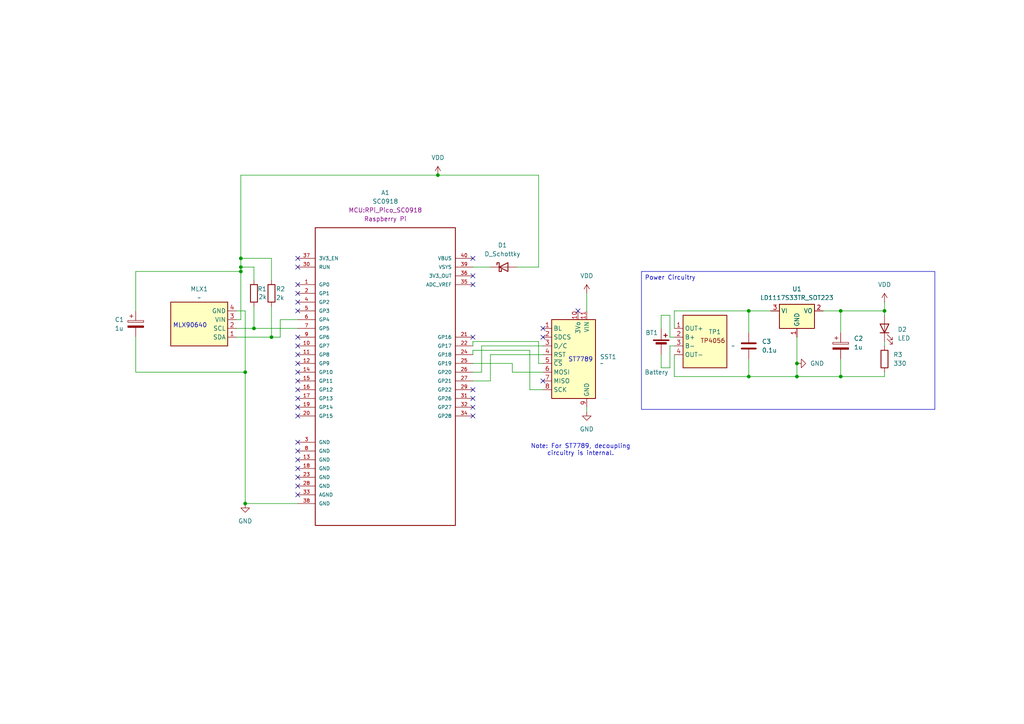
<source format=kicad_sch>
(kicad_sch (version 20231120) (generator "eeschema") (generator_version "8.0")
  (paper "A4")
  (title_block (title "RP2040-Based Thermal Camera") (date "2025-12-03") (rev "1.0.0") (company "CU Boulder") (comment 1 "Author: Simon J. Jones"))
  (lib_symbols
    (symbol "Analog:MLX90640"
      (property "Reference" "MLX90640" (at 1.524 0 0))
      (symbol "MLX90640_0_1"
        (rectangle (start -8.89 6.35) (end 7.62 -6.35) (stroke (width 0.254)) (fill (type background)))
      )
      (symbol "MLX90640_1_1"
        (pin passive line (at -11.43 3.81 0) (length 2.54) (name "SDA") (number "1"))
        (pin passive line (at -11.43 1.27 0) (length 2.54) (name "SCL") (number "2"))
        (pin power_in line (at -11.43 -1.27 0) (length 2.54) (name "VIN") (number "3"))
        (pin power_in line (at -11.43 -3.81 0) (length 2.54) (name "GND") (number "4"))
      )
    )
    (symbol "Battery_Management:TP4056"
      (property "Reference" "TP" (at 2.54 2.794 0))
      (symbol "TP4056_0_1"
        (rectangle (start -6.35 7.62) (end 6.35 -7.62) (stroke (width 0.254)) (fill (type background)))
      )
      (symbol "TP4056_1_1"
        (text "TP4056\n" (at 2.286 0.254 0) (effects (font (size 1.27 1.27))))
        (pin power_out line (at -8.89 3.81 0) (length 2.54) (name "OUT+") (number "1"))
        (pin power_in line (at -8.89 1.27 0) (length 2.54) (name "B+") (number "2"))
        (pin power_in line (at -8.89 -1.27 0) (length 2.54) (name "B-") (number "3"))
        (pin power_out line (at -8.89 -3.81 0) (length 2.54) (name "OUT-") (number "4"))
      )
    )
    (symbol "Device:Battery_Cell" (pin_numbers hide) (pin_names (offset 0) hide)
      (property "Reference" "BT" (at 2.54 2.54 0))
      (property "Value" "Battery_Cell" (at 2.54 0 0))
      (symbol "Battery_Cell_0_1"
        (rectangle (start -2.286 1.778) (end 2.286 1.524) (fill (type outline)))
        (rectangle (start -1.524 1.016) (end 1.524 0.508) (fill (type outline)))
        (polyline (pts (xy 0 0.762) (xy 0 0)))
        (polyline (pts (xy 0 1.778) (xy 0 2.54)))
        (polyline (pts (xy 0.762 3.048) (xy 1.778 3.048)) (stroke (width 0.254)))
        (polyline (pts (xy 1.27 3.556) (xy 1.27 2.54)) (stroke (width 0.254)))
      )
      (symbol "Battery_Cell_1_1"
        (pin passive line (at 0 5.08 270) (length 2.54) (name "+") (number "1"))
        (pin passive line (at 0 -2.54 90) (length 2.54) (name "-") (number "2"))
      )
    )
    (symbol "Device:C" (pin_numbers hide) (pin_names (offset 0.254))
      (property "Reference" "C" (at 0.635 2.54 0))
      (property "Value" "C" (at 0.635 -2.54 0))
      (symbol "C_0_1"
        (polyline (pts (xy -2.032 -0.762) (xy 2.032 -0.762)) (stroke (width 0.508)))
        (polyline (pts (xy -2.032 0.762) (xy 2.032 0.762)) (stroke (width 0.508)))
      )
      (symbol "C_1_1"
        (pin passive line (at 0 3.81 270) (length 2.794) (name "~") (number "1"))
        (pin passive line (at 0 -3.81 90) (length 2.794) (name "~") (number "2"))
      )
    )
    (symbol "Device:C_Polarized" (pin_numbers hide) (pin_names (offset 0.254))
      (property "Reference" "C" (at 0.635 2.54 0))
      (property "Value" "C_Polarized" (at 0.635 -2.54 0))
      (symbol "C_Polarized_0_1"
        (rectangle (start -2.286 0.508) (end 2.286 1.016))
        (polyline (pts (xy -1.778 2.286) (xy -0.762 2.286)))
        (polyline (pts (xy -1.27 2.794) (xy -1.27 1.778)))
        (rectangle (start 2.286 -0.508) (end -2.286 -1.016) (fill (type outline)))
      )
      (symbol "C_Polarized_1_1"
        (pin passive line (at 0 3.81 270) (length 2.794) (name "~") (number "1"))
        (pin passive line (at 0 -3.81 90) (length 2.794) (name "~") (number "2"))
      )
    )
    (symbol "Device:D_Schottky" (pin_numbers hide) (pin_names (offset 1.016) hide)
      (property "Reference" "D" (at 0 2.54 0))
      (property "Value" "D_Schottky" (at 0 -2.54 0))
      (symbol "D_Schottky_0_1"
        (polyline (pts (xy 1.27 0) (xy -1.27 0)))
        (polyline (pts (xy 1.27 1.27) (xy 1.27 -1.27) (xy -1.27 0) (xy 1.27 1.27)) (stroke (width 0.254)))
        (polyline (pts (xy -1.905 0.635) (xy -1.905 1.27) (xy -1.27 1.27) (xy -1.27 -1.27) (xy -0.635 -1.27) (xy -0.635 -0.635)) (stroke (width 0.254)))
      )
      (symbol "D_Schottky_1_1"
        (pin passive line (at -3.81 0 0) (length 2.54) (name "K") (number "1"))
        (pin passive line (at 3.81 0 180) (length 2.54) (name "A") (number "2"))
      )
    )
    (symbol "Device:LED" (pin_numbers hide) (pin_names (offset 1.016) hide)
      (property "Reference" "D" (at 0 2.54 0))
      (property "Value" "LED" (at 0 -2.54 0))
      (symbol "LED_0_1"
        (polyline (pts (xy -1.27 -1.27) (xy -1.27 1.27)) (stroke (width 0.254)))
        (polyline (pts (xy -1.27 0) (xy 1.27 0)))
        (polyline (pts (xy 1.27 -1.27) (xy 1.27 1.27) (xy -1.27 0) (xy 1.27 -1.27)) (stroke (width 0.254)))
        (polyline (pts (xy -3.048 -0.762) (xy -4.572 -2.286) (xy -3.81 -2.286) (xy -4.572 -2.286) (xy -4.572 -1.524)))
        (polyline (pts (xy -1.778 -0.762) (xy -3.302 -2.286) (xy -2.54 -2.286) (xy -3.302 -2.286) (xy -3.302 -1.524)))
      )
      (symbol "LED_1_1"
        (pin passive line (at -3.81 0 0) (length 2.54) (name "K") (number "1"))
        (pin passive line (at 3.81 0 180) (length 2.54) (name "A") (number "2"))
      )
    )
    (symbol "Device:R" (pin_numbers hide) (pin_names (offset 0))
      (property "Reference" "R" (at 2.032 0 90))
      (property "Value" "R" (at 0 0 90))
      (symbol "R_0_1"
        (rectangle (start -1.016 -2.54) (end 1.016 2.54) (stroke (width 0.254)))
      )
      (symbol "R_1_1"
        (pin passive line (at 0 3.81 270) (length 1.27) (name "~") (number "1"))
        (pin passive line (at 0 -3.81 90) (length 1.27) (name "~") (number "2"))
      )
    )
    (symbol "Display_Graphic:Adafruit-ST7789"
      (property "Reference" "SST789" (at 3.048 0.508 90))
      (symbol "Adafruit-ST7789_0_1"
        (rectangle (start -6.35 11.43) (end 6.35 -11.43) (stroke (width 0.254)) (fill (type background)))
      )
      (symbol "Adafruit-ST7789_1_1"
        (pin passive line (at -8.89 8.89 0) (length 2.54) (name "BL") (number "1"))
        (pin power_out line (at 1.27 13.97 270) (length 2.54) (name "3Vo") (number "10"))
        (pin power_in line (at 3.81 13.97 270) (length 2.54) (name "VIN") (number "11"))
        (pin passive line (at -8.89 6.35 0) (length 2.54) (name "SDCS") (number "2"))
        (pin passive line (at -8.89 3.81 0) (length 2.54) (name "D/C") (number "3"))
        (pin passive line (at -8.89 1.27 0) (length 2.54) (name "RST") (number "4"))
        (pin input line (at -8.89 -1.27 0) (length 2.54) (name "~{CS}") (number "5"))
        (pin input line (at -8.89 -3.81 0) (length 2.54) (name "MOSI") (number "6"))
        (pin input line (at -8.89 -6.35 0) (length 2.54) (name "MISO") (number "7"))
        (pin input line (at -8.89 -8.89 0) (length 2.54) (name "SCK") (number "8"))
        (pin power_in line (at 3.81 -13.97 90) (length 2.54) (name "GND") (number "9"))
      )
    )
    (symbol "RPi_Pico:SC0918" (pin_names (offset 1.016))
      (property "Reference" "A1" (at 0 58.42 0))
      (property "Value" "SC0918" (at 0 55.88 0))
      (property "Footprint" "Raspberry Pi:MODULE_SC0918" (at -12.7 -46.99 0))
      (property "manufacturer" "Raspberry Pi" (at 0 53.34 0))
      (symbol "SC0918_0_0"
        (rectangle (start -20.32 -43.18) (end 20.32 43.18) (stroke (width 0.254)))
        (pin bidirectional line (at -25.4 26.67 0) (length 5.08) (name "GP0") (number "1"))
        (pin bidirectional line (at -25.4 8.89 0) (length 5.08) (name "GP7") (number "10"))
        (pin bidirectional line (at -25.4 6.35 0) (length 5.08) (name "GP8") (number "11"))
        (pin bidirectional line (at -25.4 3.81 0) (length 5.08) (name "GP9") (number "12"))
        (pin power_in line (at -25.4 -24.13 0) (length 5.08) (name "GND") (number "13"))
        (pin bidirectional line (at -25.4 1.27 0) (length 5.08) (name "GP10") (number "14"))
        (pin bidirectional line (at -25.4 -1.27 0) (length 5.08) (name "GP11") (number "15"))
        (pin bidirectional line (at -25.4 -3.81 0) (length 5.08) (name "GP12") (number "16"))
        (pin bidirectional line (at -25.4 -6.35 0) (length 5.08) (name "GP13") (number "17"))
        (pin power_in line (at -25.4 -26.67 0) (length 5.08) (name "GND") (number "18"))
        (pin bidirectional line (at -25.4 -8.89 0) (length 5.08) (name "GP14") (number "19"))
        (pin bidirectional line (at -25.4 24.13 0) (length 5.08) (name "GP1") (number "2"))
        (pin bidirectional line (at -25.4 -11.43 0) (length 5.08) (name "GP15") (number "20"))
        (pin bidirectional line (at 25.4 11.43 180) (length 5.08) (name "GP16") (number "21"))
        (pin bidirectional line (at 25.4 8.89 180) (length 5.08) (name "GP17") (number "22"))
        (pin power_in line (at -25.4 -29.21 0) (length 5.08) (name "GND") (number "23"))
        (pin bidirectional line (at 25.4 6.35 180) (length 5.08) (name "GP18") (number "24"))
        (pin bidirectional line (at 25.4 3.81 180) (length 5.08) (name "GP19") (number "25"))
        (pin bidirectional line (at 25.4 1.27 180) (length 5.08) (name "GP20") (number "26"))
        (pin bidirectional line (at 25.4 -1.27 180) (length 5.08) (name "GP21") (number "27"))
        (pin power_in line (at -25.4 -31.75 0) (length 5.08) (name "GND") (number "28"))
        (pin bidirectional line (at 25.4 -3.81 180) (length 5.08) (name "GP22") (number "29"))
        (pin power_in line (at -25.4 -19.05 0) (length 5.08) (name "GND") (number "3"))
        (pin input line (at -25.4 31.75 0) (length 5.08) (name "RUN") (number "30"))
        (pin bidirectional line (at 25.4 -6.35 180) (length 5.08) (name "GP26") (number "31"))
        (pin bidirectional line (at 25.4 -8.89 180) (length 5.08) (name "GP27") (number "32"))
        (pin power_in line (at -25.4 -34.29 0) (length 5.08) (name "AGND") (number "33"))
        (pin bidirectional line (at 25.4 -11.43 180) (length 5.08) (name "GP28") (number "34"))
        (pin power_in line (at 25.4 26.67 180) (length 5.08) (name "ADC_VREF") (number "35"))
        (pin power_in line (at 25.4 29.21 180) (length 5.08) (name "3V3_OUT") (number "36"))
        (pin input line (at -25.4 34.29 0) (length 5.08) (name "3V3_EN") (number "37"))
        (pin power_in line (at -25.4 -36.83 0) (length 5.08) (name "GND") (number "38"))
        (pin free line (at 25.4 31.75 180) (length 5.08) (name "VSYS") (number "39"))
        (pin bidirectional line (at -25.4 21.59 0) (length 5.08) (name "GP2") (number "4"))
        (pin free line (at 25.4 34.29 180) (length 5.08) (name "VBUS") (number "40"))
        (pin bidirectional line (at -25.4 19.05 0) (length 5.08) (name "GP3") (number "5"))
        (pin bidirectional line (at -25.4 16.51 0) (length 5.08) (name "GP4") (number "6"))
        (pin bidirectional line (at -25.4 13.97 0) (length 5.08) (name "GP5") (number "7"))
        (pin power_in line (at -25.4 -21.59 0) (length 5.08) (name "GND") (number "8"))
        (pin bidirectional line (at -25.4 11.43 0) (length 5.08) (name "GP6") (number "9"))
      )
    )
    (symbol "Regulator_Linear:LD1117S33TR_SOT223"
      (property "Reference" "U" (at -3.81 3.175 0))
      (property "Value" "LD1117S33TR_SOT223" (at 0 3.175 0))
      (symbol "LD1117S33TR_SOT223_0_1"
        (rectangle (start -5.08 -5.08) (end 5.08 1.905) (stroke (width 0.254)) (fill (type background)))
      )
      (symbol "LD1117S33TR_SOT223_1_1"
        (pin power_in line (at 0 -7.62 90) (length 2.54) (name "GND") (number "1"))
        (pin power_out line (at 7.62 0 180) (length 2.54) (name "VO") (number "2"))
        (pin power_in line (at -7.62 0 0) (length 2.54) (name "VI") (number "3"))
      )
    )
    (symbol "power:GND" (power) (pin_numbers hide) (pin_names (offset 0) hide)
      (property "Value" "GND" (at 0 -3.81 0))
      (symbol "GND_0_1"
        (polyline (pts (xy 0 0) (xy 0 -1.27) (xy 1.27 -1.27) (xy 0 -2.54) (xy -1.27 -1.27) (xy 0 -1.27)))
      )
      (symbol "GND_1_1"
        (pin power_in line (at 0 0 270) (length 0) (name "~") (number "1"))
      )
    )
    (symbol "power:VDD" (power) (pin_numbers hide) (pin_names (offset 0) hide)
      (property "Value" "VDD" (at 0 3.556 0))
      (symbol "VDD_0_1"
        (polyline (pts (xy -0.762 1.27) (xy 0 2.54)))
        (polyline (pts (xy 0 0) (xy 0 2.54)))
        (polyline (pts (xy 0 2.54) (xy 0.762 1.27)))
      )
      (symbol "VDD_1_1"
        (pin power_in line (at 0 0 90) (length 0) (name "~") (number "1"))
      )
    )
  )
  (junction (at 69.85 74.93))
  (junction (at 127 50.8))
  (junction (at 71.12 146.05))
  (junction (at 217.17 109.22))
  (junction (at 78.74 97.79))
  (junction (at 217.17 90.17))
  (junction (at 256.54 90.17))
  (junction (at 69.85 78.74))
  (junction (at 69.85 77.47))
  (junction (at 243.84 90.17))
  (junction (at 231.14 109.22))
  (junction (at 243.84 109.22))
  (junction (at 231.14 105.41))
  (junction (at 71.12 107.95))
  (junction (at 73.66 95.25))
  (no_connect (at 86.36 85.09))
  (no_connect (at 137.16 113.03))
  (no_connect (at 137.16 80.01))
  (no_connect (at 86.36 100.33))
  (no_connect (at 86.36 138.43))
  (no_connect (at 86.36 118.11))
  (no_connect (at 86.36 87.63))
  (no_connect (at 86.36 140.97))
  (no_connect (at 86.36 133.35))
  (no_connect (at 86.36 110.49))
  (no_connect (at 86.36 115.57))
  (no_connect (at 86.36 90.17))
  (no_connect (at 137.16 120.65))
  (no_connect (at 157.48 97.79))
  (no_connect (at 86.36 82.55))
  (no_connect (at 157.48 110.49))
  (no_connect (at 86.36 120.65))
  (no_connect (at 86.36 77.47))
  (no_connect (at 137.16 74.93))
  (no_connect (at 86.36 113.03))
  (no_connect (at 137.16 97.79))
  (no_connect (at 137.16 82.55))
  (no_connect (at 167.64 90.17))
  (no_connect (at 86.36 102.87))
  (no_connect (at 137.16 115.57))
  (no_connect (at 86.36 107.95))
  (no_connect (at 86.36 143.51))
  (no_connect (at 137.16 118.11))
  (no_connect (at 86.36 128.27))
  (no_connect (at 86.36 74.93))
  (no_connect (at 86.36 105.41))
  (no_connect (at 86.36 130.81))
  (no_connect (at 157.48 95.25))
  (no_connect (at 86.36 97.79))
  (no_connect (at 86.36 135.89))
  (wire (pts (xy 69.85 78.74) (xy 69.85 92.71)))
  (wire (pts (xy 81.28 92.71) (xy 81.28 97.79)))
  (wire (pts (xy 231.14 105.41) (xy 231.14 109.22)))
  (wire (pts (xy 153.67 113.03) (xy 157.48 113.03)))
  (wire (pts (xy 71.12 146.05) (xy 86.36 146.05)))
  (wire (pts (xy 157.48 102.87) (xy 142.24 102.87)))
  (wire (pts (xy 194.31 100.33) (xy 194.31 106.68)))
  (wire (pts (xy 195.58 95.25) (xy 195.58 90.17)))
  (wire (pts (xy 191.77 106.68) (xy 191.77 102.87)))
  (wire (pts (xy 243.84 104.14) (xy 243.84 109.22)))
  (wire (pts (xy 223.52 90.17) (xy 217.17 90.17)))
  (wire (pts (xy 137.16 101.6) (xy 153.67 101.6)))
  (wire (pts (xy 137.16 105.41) (xy 148.59 105.41)))
  (wire (pts (xy 256.54 90.17) (xy 256.54 91.44)))
  (wire (pts (xy 78.74 88.9) (xy 78.74 97.79)))
  (wire (pts (xy 191.77 91.44) (xy 191.77 95.25)))
  (wire (pts (xy 170.18 85.09) (xy 170.18 90.17)))
  (wire (pts (xy 81.28 97.79) (xy 78.74 97.79)))
  (wire (pts (xy 191.77 106.68) (xy 194.31 106.68)))
  (wire (pts (xy 78.74 74.93) (xy 69.85 74.93)))
  (wire (pts (xy 256.54 107.95) (xy 256.54 109.22)))
  (wire (pts (xy 137.16 77.47) (xy 142.24 77.47)))
  (wire (pts (xy 195.58 90.17) (xy 217.17 90.17)))
  (wire (pts (xy 217.17 109.22) (xy 231.14 109.22)))
  (wire (pts (xy 256.54 87.63) (xy 256.54 90.17)))
  (wire (pts (xy 73.66 81.28) (xy 73.66 77.47)))
  (wire (pts (xy 195.58 97.79) (xy 194.31 97.79)))
  (wire (pts (xy 39.37 90.17) (xy 39.37 78.74)))
  (wire (pts (xy 137.16 107.95) (xy 139.7 107.95)))
  (wire (pts (xy 71.12 107.95) (xy 71.12 146.05)))
  (wire (pts (xy 156.21 50.8) (xy 127 50.8)))
  (wire (pts (xy 68.58 90.17) (xy 71.12 90.17)))
  (wire (pts (xy 69.85 77.47) (xy 69.85 78.74)))
  (wire (pts (xy 191.77 91.44) (xy 194.31 91.44)))
  (wire (pts (xy 69.85 92.71) (xy 68.58 92.71)))
  (wire (pts (xy 243.84 90.17) (xy 256.54 90.17)))
  (wire (pts (xy 156.21 77.47) (xy 156.21 50.8)))
  (wire (pts (xy 69.85 74.93) (xy 69.85 77.47)))
  (wire (pts (xy 137.16 101.6) (xy 137.16 102.87)))
  (wire (pts (xy 217.17 90.17) (xy 217.17 96.52)))
  (wire (pts (xy 69.85 50.8) (xy 69.85 74.93)))
  (wire (pts (xy 148.59 105.41) (xy 148.59 107.95)))
  (wire (pts (xy 139.7 107.95) (xy 139.7 100.33)))
  (wire (pts (xy 156.21 99.06) (xy 137.16 99.06)))
  (wire (pts (xy 238.76 90.17) (xy 243.84 90.17)))
  (wire (pts (xy 139.7 100.33) (xy 157.48 100.33)))
  (wire (pts (xy 86.36 92.71) (xy 81.28 92.71)))
  (wire (pts (xy 149.86 77.47) (xy 156.21 77.47)))
  (wire (pts (xy 39.37 107.95) (xy 71.12 107.95)))
  (wire (pts (xy 73.66 95.25) (xy 86.36 95.25)))
  (wire (pts (xy 195.58 102.87) (xy 195.58 109.22)))
  (wire (pts (xy 195.58 109.22) (xy 217.17 109.22)))
  (wire (pts (xy 127 50.8) (xy 69.85 50.8)))
  (wire (pts (xy 231.14 109.22) (xy 243.84 109.22)))
  (wire (pts (xy 231.14 97.79) (xy 231.14 105.41)))
  (wire (pts (xy 256.54 99.06) (xy 256.54 100.33)))
  (wire (pts (xy 217.17 104.14) (xy 217.17 109.22)))
  (wire (pts (xy 137.16 99.06) (xy 137.16 100.33)))
  (wire (pts (xy 156.21 105.41) (xy 156.21 99.06)))
  (wire (pts (xy 153.67 101.6) (xy 153.67 113.03)))
  (wire (pts (xy 73.66 88.9) (xy 73.66 95.25)))
  (wire (pts (xy 148.59 107.95) (xy 157.48 107.95)))
  (wire (pts (xy 157.48 105.41) (xy 156.21 105.41)))
  (wire (pts (xy 142.24 102.87) (xy 142.24 110.49)))
  (wire (pts (xy 71.12 90.17) (xy 71.12 107.95)))
  (wire (pts (xy 78.74 81.28) (xy 78.74 74.93)))
  (wire (pts (xy 39.37 78.74) (xy 69.85 78.74)))
  (wire (pts (xy 39.37 97.79) (xy 39.37 107.95)))
  (wire (pts (xy 256.54 109.22) (xy 243.84 109.22)))
  (wire (pts (xy 243.84 90.17) (xy 243.84 96.52)))
  (wire (pts (xy 195.58 100.33) (xy 194.31 100.33)))
  (wire (pts (xy 78.74 97.79) (xy 68.58 97.79)))
  (wire (pts (xy 73.66 77.47) (xy 69.85 77.47)))
  (wire (pts (xy 194.31 97.79) (xy 194.31 91.44)))
  (wire (pts (xy 142.24 110.49) (xy 137.16 110.49)))
  (wire (pts (xy 170.18 119.38) (xy 170.18 118.11)))
  (wire (pts (xy 68.58 95.25) (xy 73.66 95.25)))
  (text_box "Power Circuitry" (at 186.055 78.74 0) (size 85.09 40.005) (effects (font (size 1.27 1.27)) (justify left top)))
  (text "MLX90640" (at 55.118 94.488 0) (effects (font (size 1.27 1.27))))
  (text "Note: For ST7789, decoupling\ncircuitry is internal." (at 168.402 130.556 0) (effects (font (size 1.27 1.27))))
  (text "ST7789" (at 168.402 104.394 0) (effects (font (size 1.27 1.27))))
  (symbol (lib_id "Regulator_Linear:LD1117S33TR_SOT223") (at 231.14 90.17 0) (unit 1)
    (property "Reference" "U1" (at 231.14 83.82 0))
    (property "Value" "LD1117S33TR_SOT223" (at 231.14 86.36 0))
    (property "Footprint" "Package_TO_SOT_SMD:SOT-223-3_TabPin2" (effects (hide yes)))
    (property "Datasheet" "http://www.st.com/st-web-ui/static/active/en/resource/technical/document/datasheet/CD00000544.pdf" (effects (hide yes)))
    (property "Description" "800mA Fixed Low Drop Positive Voltage Regulator, Fixed Output 3.3V, SOT-223" (effects (hide yes)))
  )
  (symbol (lib_id "Battery_Management:TP4056") (at 204.47 99.06 0) (unit 1)
    (property "Reference" "TP1" (at 205.486 96.266 0) (effects (justify left)))
    (property "Value" "~" (at 212.09 100.33 0) (effects (justify left)))
  )
  (symbol (lib_id "power:VDD") (at 127 50.8 0) (unit 1)
    (property "Reference" "#PWR03" (effects (hide yes)))
    (property "Value" "VDD" (at 127 45.72 0))
    (property "Description" "Power symbol creates a global label with name \"VDD\"" (effects (hide yes)))
  )
  (symbol (lib_id "Display_Graphic:Adafruit-ST7789") (at 166.37 104.14 0) (unit 1)
    (property "Reference" "SST1" (at 173.99 103.5049 0) (effects (justify left)))
    (property "Value" "~" (at 173.99 105.41 0) (effects (justify left)))
    (property "Footprint" "Display:Adafruit-ST7789" (effects (hide yes)))
  )
  (symbol (lib_id "Analog:MLX90640") (at 57.15 93.98 180) (unit 1)
    (property "Reference" "MLX1" (at 57.785 83.82 0))
    (property "Value" "~" (at 57.785 86.36 0))
    (property "Footprint" "Camera:MLX90640" (effects (hide yes)))
  )
  (symbol (lib_id "Device:C_Polarized") (at 243.84 100.33 0) (unit 1)
    (property "Reference" "C2" (at 247.65 98.1709 0) (effects (justify left)))
    (property "Value" "1u" (at 247.65 100.7109 0) (effects (justify left)))
    (property "Footprint" "Capacitor_THT:CP_Radial_D5.0mm_P2.50mm" (effects (hide yes)))
    (property "Description" "Polarized capacitor" (effects (hide yes)))
  )
  (symbol (lib_id "power:GND") (at 71.12 146.05 0) (unit 1)
    (property "Reference" "#PWR01" (effects (hide yes)))
    (property "Value" "GND" (at 71.12 151.13 0))
    (property "Description" "Power symbol creates a global label with name \"GND\" , ground" (effects (hide yes)))
  )
  (symbol (lib_id "power:VDD") (at 256.54 87.63 0) (unit 1)
    (property "Reference" "#PWR06" (effects (hide yes)))
    (property "Value" "VDD" (at 256.54 82.55 0))
    (property "Description" "Power symbol creates a global label with name \"VDD\"" (effects (hide yes)))
  )
  (symbol (lib_id "Device:R") (at 78.74 85.09 0) (unit 1)
    (property "Reference" "R2" (at 80.01 83.82 0) (effects (justify left)))
    (property "Value" "2k" (at 80.01 86.36 0) (effects (justify left)))
    (property "Footprint" "Resistor_THT:R_Axial_DIN0207_L6.3mm_D2.5mm_P10.16mm_Horizontal" (effects (hide yes)))
    (property "Description" "Resistor" (effects (hide yes)))
  )
  (symbol (lib_id "power:VDD") (at 170.18 85.09 0) (unit 1)
    (property "Reference" "#PWR04" (effects (hide yes)))
    (property "Value" "VDD" (at 170.18 80.01 0))
    (property "Description" "Power symbol creates a global label with name \"VDD\"" (effects (hide yes)))
  )
  (symbol (lib_id "Device:R") (at 73.66 85.09 0) (unit 1)
    (property "Reference" "R1" (at 74.676 83.82 0) (effects (justify left)))
    (property "Value" "2k" (at 74.93 86.106 0) (effects (justify left)))
    (property "Footprint" "Resistor_THT:R_Axial_DIN0207_L6.3mm_D2.5mm_P10.16mm_Horizontal" (effects (hide yes)))
    (property "Description" "Resistor" (effects (hide yes)))
  )
  (symbol (lib_id "power:GND") (at 170.18 119.38 0) (unit 1)
    (property "Reference" "#PWR02" (effects (hide yes)))
    (property "Value" "GND" (at 170.18 124.46 0))
    (property "Description" "Power symbol creates a global label with name \"GND\" , ground" (effects (hide yes)))
  )
  (symbol (lib_id "RPi_Pico:SC0918") (at 111.76 109.22 0) (unit 1)
    (property "Reference" "A1" (at 111.76 55.88 0))
    (property "Value" "SC0918" (at 111.76 58.42 0))
    (property "Footprint" "MCU:RPi_Pico_SC0918" (at 111.76 60.96 0))
    (property "Datasheet" "https://datasheets.raspberrypi.com/picow/pico-w-datasheet.pdf" (effects (hide yes)))
    (property "manufacturer" "Raspberry Pi" (at 111.76 63.5 0))
    (property "P/N" "SC0918" (effects (hide yes)))
    (property "PARTREV" "1.6" (effects (hide yes)))
    (property "MAXIMUM_PACKAGE_HEIGHT" "3.73mm" (effects (hide yes)))
  )
  (symbol (lib_id "Device:R") (at 256.54 104.14 0) (unit 1)
    (property "Reference" "R3" (at 259.08 102.8699 0) (effects (justify left)))
    (property "Value" "330" (at 259.08 105.4099 0) (effects (justify left)))
    (property "Footprint" "Resistor_THT:R_Axial_DIN0207_L6.3mm_D2.5mm_P10.16mm_Horizontal" (effects (hide yes)))
    (property "Description" "Resistor" (effects (hide yes)))
  )
  (symbol (lib_id "Device:Battery_Cell") (at 191.77 100.33 0) (unit 1)
    (property "Reference" "BT1" (at 187.198 96.52 0) (effects (justify left)))
    (property "Value" "Battery" (at 186.944 107.95 0) (effects (justify left)))
    (property "Description" "Single-cell battery" (effects (hide yes)))
  )
  (symbol (lib_id "Device:D_Schottky") (at 146.05 77.47 0) (unit 1)
    (property "Reference" "D1" (at 145.7325 71.12 0))
    (property "Value" "D_Schottky" (at 145.7325 73.66 0))
    (property "Footprint" "Diode_THT:D_DO-35_SOD27_P10.16mm_Horizontal" (effects (hide yes)))
    (property "Description" "Schottky diode" (effects (hide yes)))
  )
  (symbol (lib_id "Device:C_Polarized") (at 39.37 93.98 0) (unit 1)
    (property "Reference" "C1" (at 33.274 92.71 0) (effects (justify left)))
    (property "Value" "1u" (at 33.274 95.25 0) (effects (justify left)))
    (property "Footprint" "Capacitor_THT:CP_Radial_D5.0mm_P2.50mm" (effects (hide yes)))
    (property "Description" "Polarized capacitor" (effects (hide yes)))
  )
  (symbol (lib_id "power:GND") (at 231.14 105.41 90) (unit 1)
    (property "Reference" "#PWR05" (effects (hide yes)))
    (property "Value" "GND" (at 234.95 105.4099 90) (effects (justify right)))
    (property "Description" "Power symbol creates a global label with name \"GND\" , ground" (effects (hide yes)))
  )
  (symbol (lib_id "Device:LED") (at 256.54 95.25 90) (unit 1)
    (property "Reference" "D2" (at 260.35 95.5674 90) (effects (justify right)))
    (property "Value" "LED" (at 260.35 98.1074 90) (effects (justify right)))
    (property "Description" "Light emitting diode" (effects (hide yes)))
  )
  (symbol (lib_id "Device:C") (at 217.17 100.33 0) (unit 1)
    (property "Reference" "C3" (at 220.98 99.0599 0) (effects (justify left)))
    (property "Value" "0.1u" (at 220.98 101.5999 0) (effects (justify left)))
    (property "Footprint" "Capacitor_THT:C_Disc_D5.0mm_W2.5mm_P2.50mm" (effects (hide yes)))
    (property "Description" "Unpolarized capacitor" (effects (hide yes)))
  )
)
</source>
